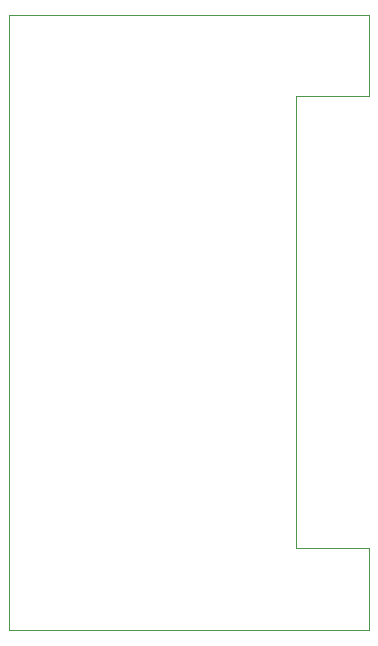
<source format=gm1>
%TF.GenerationSoftware,KiCad,Pcbnew,5.1.8-db9833491~88~ubuntu18.04.1*%
%TF.CreationDate,2021-01-02T19:35:10+01:00*%
%TF.ProjectId,Breadboard_power_supply,42726561-6462-46f6-9172-645f706f7765,Rev A*%
%TF.SameCoordinates,Original*%
%TF.FileFunction,Profile,NP*%
%FSLAX46Y46*%
G04 Gerber Fmt 4.6, Leading zero omitted, Abs format (unit mm)*
G04 Created by KiCad (PCBNEW 5.1.8-db9833491~88~ubuntu18.04.1) date 2021-01-02 19:35:10*
%MOMM*%
%LPD*%
G01*
G04 APERTURE LIST*
%TA.AperFunction,Profile*%
%ADD10C,0.050000*%
%TD*%
G04 APERTURE END LIST*
D10*
X113538000Y-60198000D02*
X144018000Y-60198000D01*
X144018000Y-60198000D02*
X144018000Y-67056000D01*
X144018000Y-67056000D02*
X137795000Y-67056000D01*
X137795000Y-105283000D02*
X137795000Y-67056000D01*
X144018000Y-105283000D02*
X137795000Y-105283000D01*
X144018000Y-112268000D02*
X144018000Y-105283000D01*
X113538000Y-112268000D02*
X144018000Y-112268000D01*
X113538000Y-60198000D02*
X113538000Y-112268000D01*
M02*

</source>
